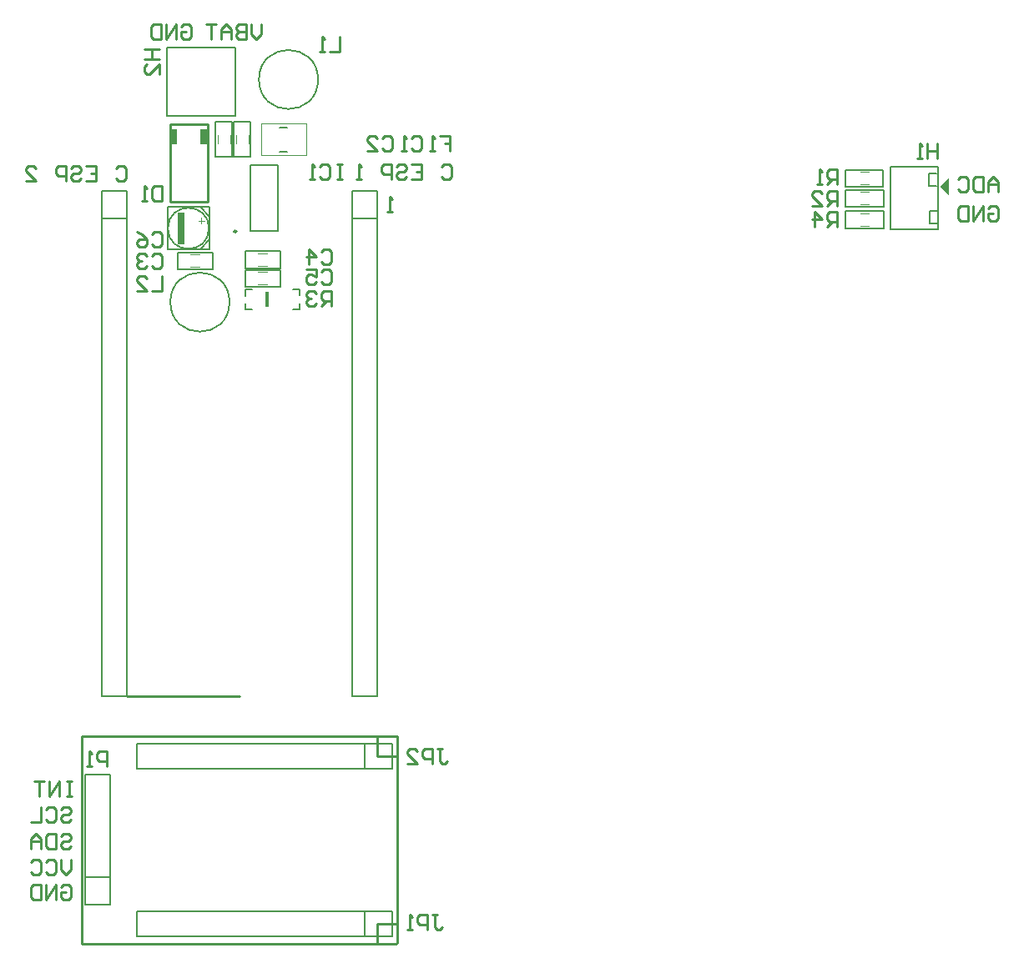
<source format=gbo>
G04*
G04 #@! TF.GenerationSoftware,Altium Limited,Altium Designer,23.0.1 (38)*
G04*
G04 Layer_Color=32896*
%FSLAX25Y25*%
%MOIN*%
G70*
G04*
G04 #@! TF.SameCoordinates,CBCD5F51-024F-4456-99E9-F8A3691CA7AB*
G04*
G04*
G04 #@! TF.FilePolarity,Positive*
G04*
G01*
G75*
%ADD11C,0.01000*%
%ADD12C,0.00700*%
%ADD13C,0.00787*%
%ADD14C,0.00400*%
%ADD15C,0.00500*%
%ADD67C,0.00984*%
%ADD68C,0.00394*%
%ADD69R,0.01500X0.06000*%
%ADD70R,0.02756X0.12697*%
%ADD71R,0.02992X0.06000*%
G36*
X639250Y316350D02*
Y309250D01*
X635750Y312750D01*
X635650D01*
X639250Y316350D01*
D02*
G37*
D11*
X328129Y306500D02*
X343113D01*
X328129D02*
Y337500D01*
X343113D01*
Y306500D02*
Y337500D01*
X411000Y17874D02*
X418874D01*
X411000Y10000D02*
Y17874D01*
Y85000D02*
X419000D01*
X411000D02*
Y92874D01*
X293000Y10000D02*
X418661D01*
X293000D02*
Y92677D01*
Y93000D02*
X418984D01*
X311000Y109000D02*
X356000D01*
X418984Y10323D02*
Y93000D01*
X655001Y303998D02*
X656001Y304998D01*
X658000D01*
X659000Y303998D01*
Y300000D01*
X658000Y299000D01*
X656001D01*
X655001Y300000D01*
Y301999D01*
X657001D01*
X653002Y299000D02*
Y304998D01*
X649003Y299000D01*
Y304998D01*
X647004D02*
Y299000D01*
X644005D01*
X643005Y300000D01*
Y303998D01*
X644005Y304998D01*
X647004D01*
X659000Y310500D02*
Y314499D01*
X657001Y316498D01*
X655001Y314499D01*
Y310500D01*
Y313499D01*
X659000D01*
X653002Y316498D02*
Y310500D01*
X650003D01*
X649003Y311500D01*
Y315498D01*
X650003Y316498D01*
X653002D01*
X643005Y315498D02*
X644005Y316498D01*
X646004D01*
X647004Y315498D01*
Y311500D01*
X646004Y310500D01*
X644005D01*
X643005Y311500D01*
X364500Y377498D02*
Y373499D01*
X362501Y371500D01*
X360501Y373499D01*
Y377498D01*
X358502D02*
Y371500D01*
X355503D01*
X354503Y372500D01*
Y373499D01*
X355503Y374499D01*
X358502D01*
X355503D01*
X354503Y375499D01*
Y376498D01*
X355503Y377498D01*
X358502D01*
X352504Y371500D02*
Y375499D01*
X350504Y377498D01*
X348505Y375499D01*
Y371500D01*
Y374499D01*
X352504D01*
X346506Y377498D02*
X342507D01*
X344507D01*
Y371500D01*
X332501Y376498D02*
X333501Y377498D01*
X335500D01*
X336500Y376498D01*
Y372500D01*
X335500Y371500D01*
X333501D01*
X332501Y372500D01*
Y374499D01*
X334501D01*
X330502Y371500D02*
Y377498D01*
X326503Y371500D01*
Y377498D01*
X324504D02*
Y371500D01*
X321505D01*
X320505Y372500D01*
Y376498D01*
X321505Y377498D01*
X324504D01*
X284501Y32498D02*
X285501Y33498D01*
X287500D01*
X288500Y32498D01*
Y28500D01*
X287500Y27500D01*
X285501D01*
X284501Y28500D01*
Y30499D01*
X286501D01*
X282502Y27500D02*
Y33498D01*
X278503Y27500D01*
Y33498D01*
X276504D02*
Y27500D01*
X273505D01*
X272505Y28500D01*
Y32498D01*
X273505Y33498D01*
X276504D01*
X288500Y43498D02*
Y39499D01*
X286501Y37500D01*
X284501Y39499D01*
Y43498D01*
X278503Y42498D02*
X279503Y43498D01*
X281502D01*
X282502Y42498D01*
Y38500D01*
X281502Y37500D01*
X279503D01*
X278503Y38500D01*
X272505Y42498D02*
X273505Y43498D01*
X275504D01*
X276504Y42498D01*
Y38500D01*
X275504Y37500D01*
X273505D01*
X272505Y38500D01*
X284501Y52998D02*
X285501Y53998D01*
X287500D01*
X288500Y52998D01*
Y51999D01*
X287500Y50999D01*
X285501D01*
X284501Y49999D01*
Y49000D01*
X285501Y48000D01*
X287500D01*
X288500Y49000D01*
X282502Y53998D02*
Y48000D01*
X279503D01*
X278503Y49000D01*
Y52998D01*
X279503Y53998D01*
X282502D01*
X276504Y48000D02*
Y51999D01*
X274504Y53998D01*
X272505Y51999D01*
Y48000D01*
Y50999D01*
X276504D01*
X284501Y63498D02*
X285501Y64498D01*
X287500D01*
X288500Y63498D01*
Y62499D01*
X287500Y61499D01*
X285501D01*
X284501Y60499D01*
Y59500D01*
X285501Y58500D01*
X287500D01*
X288500Y59500D01*
X278503Y63498D02*
X279503Y64498D01*
X281502D01*
X282502Y63498D01*
Y59500D01*
X281502Y58500D01*
X279503D01*
X278503Y59500D01*
X276504Y64498D02*
Y58500D01*
X272505D01*
X289000Y74998D02*
X287001D01*
X288000D01*
Y69000D01*
X289000D01*
X287001D01*
X284002D02*
Y74998D01*
X280003Y69000D01*
Y74998D01*
X278004D02*
X274005D01*
X276004D01*
Y69000D01*
X417000Y302500D02*
X415001D01*
X416000D01*
Y308498D01*
X417000Y307498D01*
X436000Y332999D02*
X439999D01*
Y330000D01*
X437999D01*
X439999D01*
Y327001D01*
X434001D02*
X432001D01*
X433001D01*
Y332999D01*
X434001Y331999D01*
X594498Y296501D02*
Y302499D01*
X591499D01*
X590500Y301499D01*
Y299500D01*
X591499Y298500D01*
X594498D01*
X592499D02*
X590500Y296501D01*
X585501D02*
Y302499D01*
X588500Y299500D01*
X584502D01*
X392498Y265001D02*
Y270999D01*
X389499D01*
X388500Y269999D01*
Y268000D01*
X389499Y267000D01*
X392498D01*
X390499D02*
X388500Y265001D01*
X386500Y269999D02*
X385501Y270999D01*
X383501D01*
X382502Y269999D01*
Y269000D01*
X383501Y268000D01*
X384501D01*
X383501D01*
X382502Y267000D01*
Y266001D01*
X383501Y265001D01*
X385501D01*
X386500Y266001D01*
X594498Y305001D02*
Y310999D01*
X591499D01*
X590500Y309999D01*
Y308000D01*
X591499Y307000D01*
X594498D01*
X592499D02*
X590500Y305001D01*
X584502D02*
X588500D01*
X584502Y309000D01*
Y309999D01*
X585501Y310999D01*
X587501D01*
X588500Y309999D01*
X594499Y313501D02*
Y319499D01*
X591500D01*
X590500Y318499D01*
Y316500D01*
X591500Y315500D01*
X594499D01*
X592499D02*
X590500Y313501D01*
X588501D02*
X586501D01*
X587501D01*
Y319499D01*
X588501Y318499D01*
X303006Y80901D02*
Y86899D01*
X300007D01*
X299007Y85899D01*
Y83900D01*
X300007Y82900D01*
X303006D01*
X297007Y80901D02*
X295008D01*
X296008D01*
Y86899D01*
X297007Y85899D01*
X324998Y276999D02*
Y271001D01*
X321000D01*
X315002D02*
X319000D01*
X315002Y275000D01*
Y275999D01*
X316001Y276999D01*
X318001D01*
X319000Y275999D01*
X395999Y372499D02*
Y366501D01*
X392000D01*
X390001D02*
X388001D01*
X389001D01*
Y372499D01*
X390001Y371499D01*
X434999Y87999D02*
X436998D01*
X435998D01*
Y83001D01*
X436998Y82001D01*
X437998D01*
X438997Y83001D01*
X432999Y82001D02*
Y87999D01*
X430000D01*
X429001Y86999D01*
Y85000D01*
X430000Y84000D01*
X432999D01*
X423003Y82001D02*
X427001D01*
X423003Y86000D01*
Y86999D01*
X424002Y87999D01*
X426002D01*
X427001Y86999D01*
X432999Y21499D02*
X434998D01*
X433999D01*
Y16501D01*
X434998Y15501D01*
X435998D01*
X436998Y16501D01*
X431000Y15501D02*
Y21499D01*
X428001D01*
X427001Y20499D01*
Y18500D01*
X428001Y17500D01*
X431000D01*
X425002Y15501D02*
X423002D01*
X424002D01*
Y21499D01*
X425002Y20499D01*
X396998Y321499D02*
X394999D01*
X395998D01*
Y315501D01*
X396998D01*
X394999D01*
X388001Y320499D02*
X389001Y321499D01*
X391000D01*
X392000Y320499D01*
Y316501D01*
X391000Y315501D01*
X389001D01*
X388001Y316501D01*
X386001Y315501D02*
X384002D01*
X385002D01*
Y321499D01*
X386001Y320499D01*
X318001Y367498D02*
X323999D01*
X321000D01*
Y363500D01*
X318001D01*
X323999D01*
Y357502D02*
Y361500D01*
X320000Y357502D01*
X319001D01*
X318001Y358501D01*
Y360501D01*
X319001Y361500D01*
X634499Y329999D02*
Y324001D01*
Y327000D01*
X630500D01*
Y329999D01*
Y324001D01*
X628501D02*
X626501D01*
X627501D01*
Y329999D01*
X628501Y328999D01*
X324999Y312999D02*
Y307001D01*
X322000D01*
X321000Y308001D01*
Y311999D01*
X322000Y312999D01*
X324999D01*
X319001Y307001D02*
X317001D01*
X318001D01*
Y312999D01*
X319001Y311999D01*
X306495Y319999D02*
X307494Y320999D01*
X309494D01*
X310493Y319999D01*
Y316001D01*
X309494Y315001D01*
X307494D01*
X306495Y316001D01*
X294499Y320999D02*
X298497D01*
Y315001D01*
X294499D01*
X298497Y318000D02*
X296498D01*
X288501Y319999D02*
X289500Y320999D01*
X291500D01*
X292499Y319999D01*
Y319000D01*
X291500Y318000D01*
X289500D01*
X288501Y317000D01*
Y316001D01*
X289500Y315001D01*
X291500D01*
X292499Y316001D01*
X286501Y315001D02*
Y320999D01*
X283502D01*
X282503Y319999D01*
Y318000D01*
X283502Y317000D01*
X286501D01*
X270507Y315001D02*
X274505D01*
X270507Y319000D01*
Y319999D01*
X271506Y320999D01*
X273505D01*
X274505Y319999D01*
X436495Y320499D02*
X437495Y321499D01*
X439494D01*
X440494Y320499D01*
Y316501D01*
X439494Y315501D01*
X437495D01*
X436495Y316501D01*
X424499Y321499D02*
X428498D01*
Y315501D01*
X424499D01*
X428498Y318500D02*
X426498D01*
X418501Y320499D02*
X419501Y321499D01*
X421500D01*
X422500Y320499D01*
Y319500D01*
X421500Y318500D01*
X419501D01*
X418501Y317500D01*
Y316501D01*
X419501Y315501D01*
X421500D01*
X422500Y316501D01*
X416502Y315501D02*
Y321499D01*
X413503D01*
X412503Y320499D01*
Y318500D01*
X413503Y317500D01*
X416502D01*
X404505Y315501D02*
X402506D01*
X403506D01*
Y321499D01*
X404505Y320499D01*
X321000Y293499D02*
X321999Y294499D01*
X323999D01*
X324998Y293499D01*
Y289501D01*
X323999Y288501D01*
X321999D01*
X321000Y289501D01*
X315002Y294499D02*
X317001Y293499D01*
X319000Y291500D01*
Y289501D01*
X318001Y288501D01*
X316001D01*
X315002Y289501D01*
Y290500D01*
X316001Y291500D01*
X319000D01*
X388500Y278499D02*
X389499Y279499D01*
X391499D01*
X392498Y278499D01*
Y274501D01*
X391499Y273501D01*
X389499D01*
X388500Y274501D01*
X382502Y279499D02*
X386500D01*
Y276500D01*
X384501Y277500D01*
X383501D01*
X382502Y276500D01*
Y274501D01*
X383501Y273501D01*
X385501D01*
X386500Y274501D01*
X388500Y286499D02*
X389499Y287499D01*
X391499D01*
X392498Y286499D01*
Y282501D01*
X391499Y281501D01*
X389499D01*
X388500Y282501D01*
X383501Y281501D02*
Y287499D01*
X386500Y284500D01*
X382502D01*
X321000Y284999D02*
X321999Y285999D01*
X323999D01*
X324998Y284999D01*
Y281001D01*
X323999Y280001D01*
X321999D01*
X321000Y281001D01*
X319000Y284999D02*
X318001Y285999D01*
X316001D01*
X315002Y284999D01*
Y284000D01*
X316001Y283000D01*
X317001D01*
X316001D01*
X315002Y282000D01*
Y281001D01*
X316001Y280001D01*
X318001D01*
X319000Y281001D01*
X413000Y331999D02*
X413999Y332999D01*
X415999D01*
X416998Y331999D01*
Y328001D01*
X415999Y327001D01*
X413999D01*
X413000Y328001D01*
X407002Y327001D02*
X411000D01*
X407002Y331000D01*
Y331999D01*
X408001Y332999D01*
X410001D01*
X411000Y331999D01*
X424500D02*
X425500Y332999D01*
X427499D01*
X428499Y331999D01*
Y328001D01*
X427499Y327001D01*
X425500D01*
X424500Y328001D01*
X422501Y327001D02*
X420501D01*
X421501D01*
Y332999D01*
X422501Y331999D01*
D12*
X358221Y263500D02*
Y265900D01*
Y263500D02*
X360921D01*
X358221Y271600D02*
X361021D01*
X358221Y269100D02*
Y271600D01*
X377321D02*
X380021D01*
Y269200D02*
Y271600D01*
Y263500D02*
Y266000D01*
X377221Y263500D02*
X380021D01*
X631600Y297900D02*
X634600D01*
X631600D02*
Y302900D01*
X634600D01*
X631400Y313100D02*
X634400D01*
X631400D02*
Y318100D01*
X634400D01*
X616000Y295500D02*
Y320500D01*
Y295500D02*
X635000D01*
Y320500D01*
X616000D02*
X635000D01*
D13*
X351932Y266500D02*
G03*
X351932Y266500I-11811J0D01*
G01*
X387306Y355500D02*
G03*
X387306Y355500I-11811J0D01*
G01*
X360109Y321189D02*
X371133D01*
X360109Y294811D02*
X371133D01*
Y321189D01*
X360109Y294811D02*
Y321189D01*
X371838Y336421D02*
X374987D01*
X371938Y326521D02*
X375087D01*
X315015Y22874D02*
X408500D01*
X416984D01*
Y12874D02*
Y22874D01*
X315015Y12874D02*
X416984D01*
X315015D02*
Y22874D01*
X406000Y12874D02*
Y22874D01*
Y80000D02*
Y90000D01*
X315015Y80000D02*
Y90000D01*
Y80000D02*
X416984D01*
Y90000D01*
X408500D02*
X416984D01*
X315015D02*
X408500D01*
X300819Y300000D02*
X310819D01*
X300819Y109015D02*
X310819D01*
Y310984D01*
X300819D02*
X310819D01*
X300819Y302500D02*
Y310984D01*
Y109015D02*
Y302500D01*
X294405Y25517D02*
X304405D01*
Y77486D01*
X294405Y25517D02*
Y77486D01*
X304405D01*
X294405Y36501D02*
X304405D01*
X400815Y109015D02*
Y302500D01*
Y310984D01*
X410815D01*
Y109015D02*
Y310984D01*
X400815Y109015D02*
X410815D01*
X400815Y300000D02*
X410815D01*
D14*
X354621Y329800D02*
Y333200D01*
X359621Y329800D02*
Y333200D01*
X363421Y273500D02*
X366821D01*
X363421Y278500D02*
X366821D01*
X363421Y281000D02*
X366821D01*
X363421Y286000D02*
X366821D01*
X336421Y285500D02*
X339821D01*
X336421Y280500D02*
X339821D01*
X347120Y329863D02*
Y333263D01*
X352120Y329863D02*
Y333263D01*
X603800Y297000D02*
X607200D01*
X603800Y302000D02*
X607200D01*
X603800Y305500D02*
X607200D01*
X603800Y310500D02*
X607200D01*
X603800Y318500D02*
X607200D01*
X603800Y313500D02*
X607200D01*
X341920Y299029D02*
X339588D01*
X340754Y300195D02*
Y297863D01*
D15*
X343723Y296000D02*
G03*
X343723Y296000I-8200J0D01*
G01*
X353721Y324500D02*
X360421D01*
Y338500D01*
X353721D02*
X360421D01*
X353721Y324500D02*
Y338500D01*
X372121Y272600D02*
Y279300D01*
X358121D02*
X372121D01*
X358121Y272600D02*
Y279300D01*
Y272600D02*
X372121D01*
Y280100D02*
Y286800D01*
X358121D02*
X372121D01*
X358121Y280100D02*
Y286800D01*
Y280100D02*
X372121D01*
X331121Y279700D02*
Y286400D01*
Y279700D02*
X345121D01*
Y286400D01*
X331121D02*
X345121D01*
X340149Y287535D02*
X344086Y291472D01*
X338967Y304465D02*
X340149D01*
X344086Y300528D01*
Y295803D02*
Y299346D01*
X327156Y304465D02*
X344086D01*
X327156Y287535D02*
Y304465D01*
Y287535D02*
X344086D01*
Y304465D01*
X346220Y324563D02*
X352920D01*
Y338563D01*
X346220D02*
X352920D01*
X346220Y324563D02*
Y338563D01*
X354400Y340827D02*
Y368386D01*
X326841D02*
X354400D01*
X326841Y340827D02*
Y368386D01*
Y340827D02*
X354400D01*
X613200Y296100D02*
Y302800D01*
X597900D02*
X613200D01*
X597900Y296100D02*
Y302800D01*
Y296100D02*
X613200D01*
Y304600D02*
Y311300D01*
X597900D02*
X613200D01*
X597900Y304600D02*
Y311300D01*
Y304600D02*
X613200D01*
X597800Y312700D02*
Y319400D01*
Y312700D02*
X613100D01*
Y319400D01*
X597800D02*
X613100D01*
D67*
X354696Y294811D02*
G03*
X354696Y294811I-492J0D01*
G01*
D68*
X382664Y325201D02*
Y337799D01*
X364621Y325201D02*
X382664D01*
X364621D02*
Y337799D01*
X382664D01*
D69*
X366871Y267600D02*
D03*
D70*
X332471Y296049D02*
D03*
D71*
X341625Y332500D02*
D03*
X329617D02*
D03*
M02*

</source>
